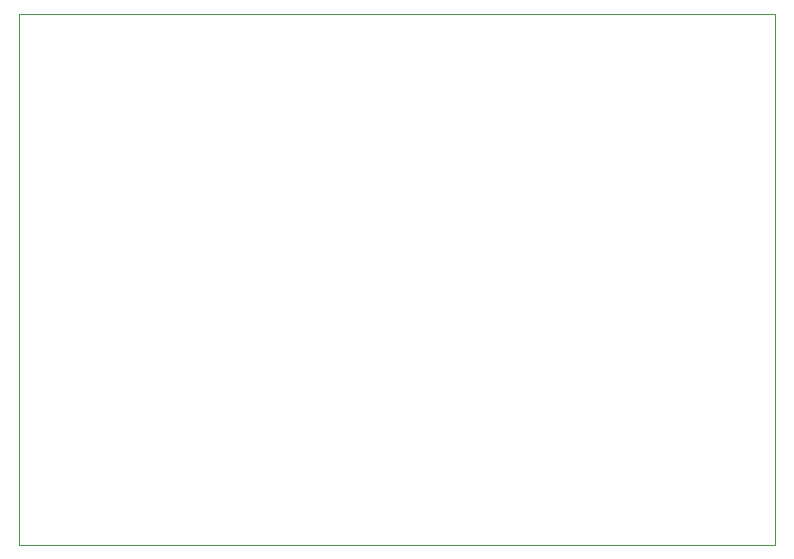
<source format=gbr>
G04 #@! TF.GenerationSoftware,KiCad,Pcbnew,(5.1.5)-3*
G04 #@! TF.CreationDate,2020-11-24T12:16:53+03:00*
G04 #@! TF.ProjectId,fast-pwm,66617374-2d70-4776-9d2e-6b696361645f,rev?*
G04 #@! TF.SameCoordinates,Original*
G04 #@! TF.FileFunction,Profile,NP*
%FSLAX46Y46*%
G04 Gerber Fmt 4.6, Leading zero omitted, Abs format (unit mm)*
G04 Created by KiCad (PCBNEW (5.1.5)-3) date 2020-11-24 12:16:53*
%MOMM*%
%LPD*%
G04 APERTURE LIST*
%ADD10C,0.050000*%
G04 APERTURE END LIST*
D10*
X91000000Y-162000000D02*
X27000000Y-162000000D01*
X91000000Y-117000000D02*
X91000000Y-162000000D01*
X27000000Y-117000000D02*
X91000000Y-117000000D01*
X27000000Y-117000000D02*
X27000000Y-162000000D01*
M02*

</source>
